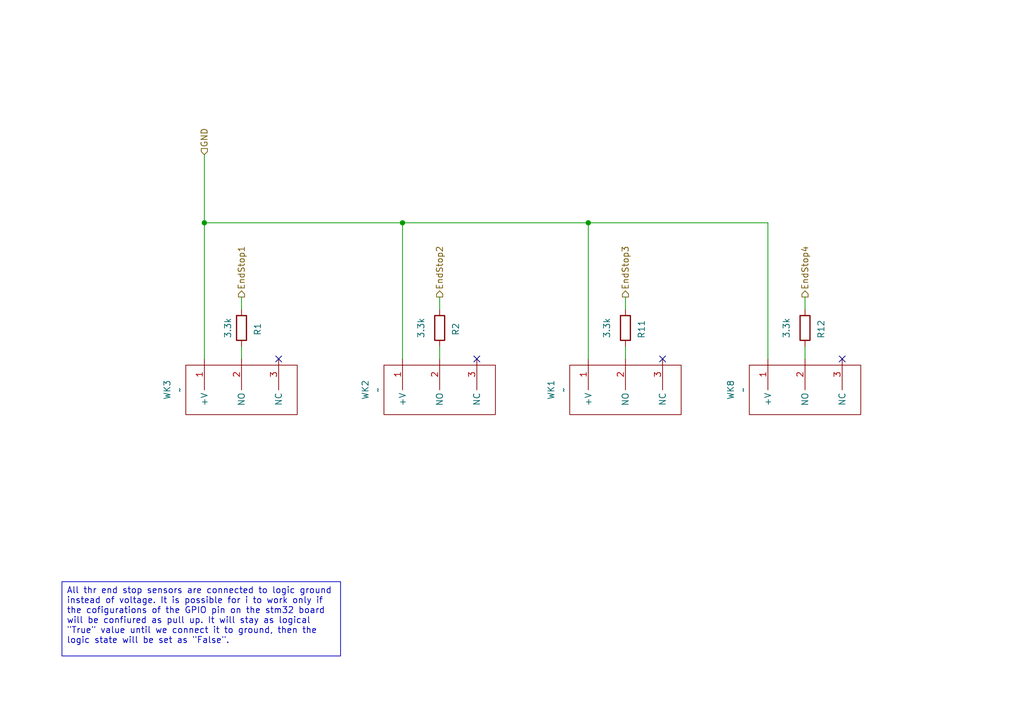
<source format=kicad_sch>
(kicad_sch (version 20231120) (generator "eeschema") (generator_version "8.0")
  (paper "A5")
  (lib_symbols
    (symbol "Device:R" (pin_numbers hide) (pin_names (offset 0))
      (property "Reference" "R" (at 2.032 0 90))
      (property "Value" "R" (at 0 0 90))
      (symbol "R_0_1"
        (rectangle (start -1.016 -2.54) (end 1.016 2.54) (stroke (width 0.254)))
      )
      (symbol "R_1_1"
        (pin passive line (at 0 3.81 270) (length 1.27) (name "~") (number "1"))
        (pin passive line (at 0 -3.81 90) (length 1.27) (name "~") (number "2"))
      )
    )
    (symbol "End_stop_mechanical_sensor_1"
      (property "Reference" "WK8" (at 0 12.7 0))
      (property "Value" "~" (at 0 10.16 0))
      (symbol "End_stop_mechanical_sensor_1_0_1"
        (rectangle (start -5.08 8.89) (end 5.08 -13.97))
      )
      (symbol "End_stop_mechanical_sensor_1_1_1"
        (pin passive line (at 6.35 5.08 180) (length 6.35) (name "+V") (number "1"))
        (pin passive line (at 6.35 -2.54 180) (length 6.35) (name "NO") (number "2"))
        (pin passive line (at 6.35 -10.16 180) (length 6.35) (name "NC") (number "3"))
      )
    )
  )
  (junction (at 120.65 45.72))
  (junction (at 41.91 45.72))
  (junction (at 82.55 45.72))
  (no_connect (at 57.15 73.66))
  (no_connect (at 172.72 73.66))
  (no_connect (at 97.79 73.66))
  (no_connect (at 135.89 73.66))
  (wire (pts (xy 82.55 73.66) (xy 82.55 45.72)))
  (wire (pts (xy 41.91 31.75) (xy 41.91 45.72)))
  (wire (pts (xy 90.17 60.96) (xy 90.17 63.5)))
  (wire (pts (xy 165.1 71.12) (xy 165.1 73.66)))
  (wire (pts (xy 49.53 71.12) (xy 49.53 73.66)))
  (wire (pts (xy 157.48 73.66) (xy 157.48 45.72)))
  (wire (pts (xy 120.65 45.72) (xy 82.55 45.72)))
  (wire (pts (xy 90.17 71.12) (xy 90.17 73.66)))
  (wire (pts (xy 49.53 60.96) (xy 49.53 63.5)))
  (wire (pts (xy 41.91 45.72) (xy 41.91 73.66)))
  (wire (pts (xy 128.27 71.12) (xy 128.27 73.66)))
  (wire (pts (xy 165.1 60.96) (xy 165.1 63.5)))
  (wire (pts (xy 128.27 60.96) (xy 128.27 63.5)))
  (wire (pts (xy 82.55 45.72) (xy 41.91 45.72)))
  (wire (pts (xy 157.48 45.72) (xy 120.65 45.72)))
  (wire (pts (xy 120.65 73.66) (xy 120.65 45.72)))
  (text_box "All thr end stop sensors are connected to logic ground instead of voltage. It is possible for i to work only if the cofigurations of the GPIO pin on the stm32 board will be confiured as pull up. It will stay as logical \"True\" value until we connect it to ground, then the logic state will be set as \"False\"." (at 12.7 119.38 0) (size 57.15 15.24) (effects (font (size 1.27 1.27)) (justify left top)))
  (hierarchical_label "EndStop4" (shape output) (at 165.1 60.96 90))
  (hierarchical_label "EndStop2" (shape output) (at 90.17 60.96 90))
  (hierarchical_label "GND" (shape input) (at 41.91 31.75 90))
  (hierarchical_label "EndStop1" (shape output) (at 49.53 60.96 90))
  (hierarchical_label "EndStop3" (shape output) (at 128.27 60.96 90))
  (symbol (lib_id "Device:R") (at 90.17 67.31 180) (unit 1)
    (property "Reference" "R2" (at 93.472 67.564 90))
    (property "Value" "3.3k" (at 86.36 67.31 90))
    (property "Footprint" "Resistor_SMD:R_0805_2012Metric" (effects (hide yes)))
    (property "Description" "Resistor" (effects (hide yes)))
  )
  (symbol (lib_id "Device:R") (at 128.27 67.31 180) (unit 1)
    (property "Reference" "R11" (at 131.572 67.564 90))
    (property "Value" "3.3k" (at 124.46 67.31 90))
    (property "Footprint" "Resistor_SMD:R_0805_2012Metric" (effects (hide yes)))
    (property "Description" "Resistor" (effects (hide yes)))
  )
  (symbol (lib_name "End_stop_mechanical_sensor_1") (lib_id "Sensor:End_stop_mechanical_sensor") (at 125.73 80.01 90) (unit 1)
    (property "Reference" "WK1" (at 113.03 80.01 0))
    (property "Value" "~" (at 115.57 80.01 0))
    (property "Footprint" "Library:END_STOP" (effects (hide yes)))
  )
  (symbol (lib_id "Device:R") (at 49.53 67.31 180) (unit 1)
    (property "Reference" "R1" (at 52.832 67.564 90))
    (property "Value" "3.3k" (at 46.736 67.31 90))
    (property "Footprint" "Resistor_SMD:R_0805_2012Metric" (effects (hide yes)))
    (property "Description" "Resistor" (effects (hide yes)))
  )
  (symbol (lib_name "End_stop_mechanical_sensor_1") (lib_id "Sensor:End_stop_mechanical_sensor") (at 87.63 80.01 90) (unit 1)
    (property "Reference" "WK2" (at 74.93 80.01 0))
    (property "Value" "~" (at 77.47 80.01 0))
    (property "Footprint" "Library:END_STOP" (effects (hide yes)))
  )
  (symbol (lib_name "End_stop_mechanical_sensor_1") (lib_id "Sensor:End_stop_mechanical_sensor") (at 162.56 80.01 90) (unit 1)
    (property "Reference" "WK8" (at 149.86 80.01 0))
    (property "Value" "~" (at 152.4 80.01 0))
    (property "Footprint" "Library:END_STOP" (effects (hide yes)))
  )
  (symbol (lib_name "End_stop_mechanical_sensor_1") (lib_id "Sensor:End_stop_mechanical_sensor") (at 46.99 80.01 90) (unit 1)
    (property "Reference" "WK3" (at 34.29 80.01 0))
    (property "Value" "~" (at 36.83 80.01 0))
    (property "Footprint" "Library:END_STOP" (effects (hide yes)))
  )
  (symbol (lib_id "Device:R") (at 165.1 67.31 180) (unit 1)
    (property "Reference" "R12" (at 168.402 67.564 90))
    (property "Value" "3.3k" (at 161.29 67.31 90))
    (property "Footprint" "Resistor_SMD:R_0805_2012Metric" (effects (hide yes)))
    (property "Description" "Resistor" (effects (hide yes)))
  )
)
</source>
